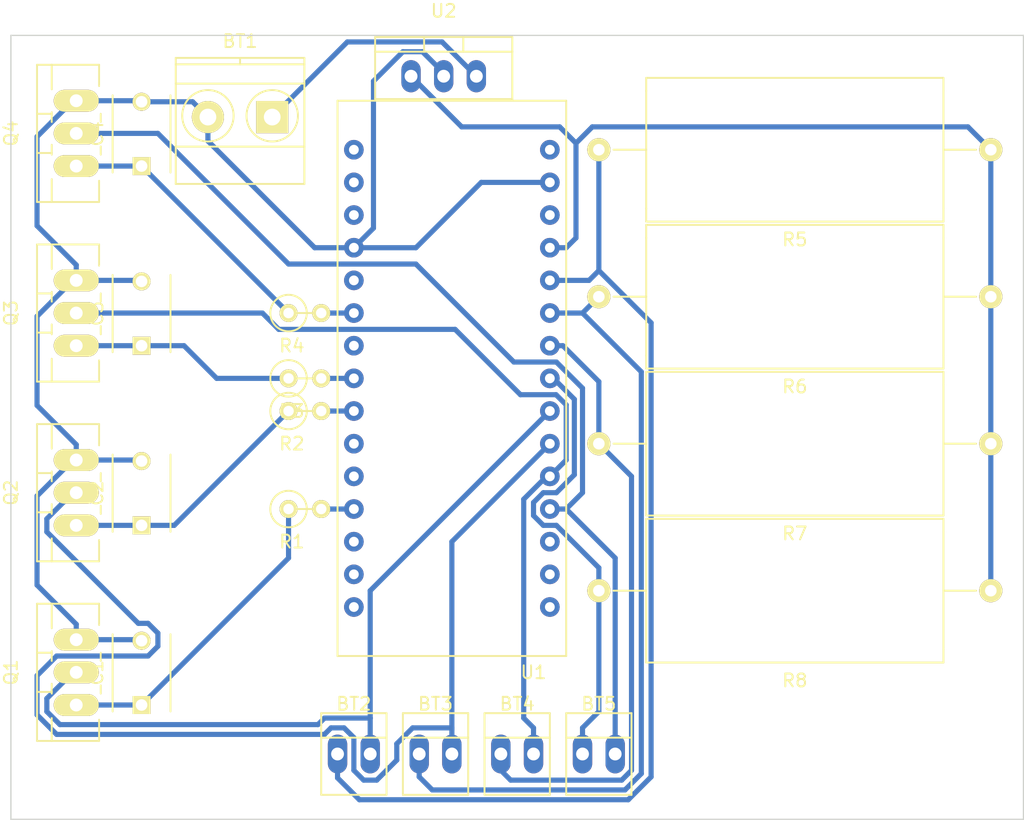
<source format=kicad_pcb>
(kicad_pcb (version 4) (host pcbnew 4.0.3-stable)

  (general
    (links 45)
    (no_connects 0)
    (area 99.009999 76.149999 177.850001 137.210001)
    (thickness 1.6)
    (drawings 4)
    (tracks 167)
    (zones 0)
    (modules 23)
    (nets 20)
  )

  (page A4)
  (layers
    (0 F.Cu signal)
    (31 B.Cu signal)
    (32 B.Adhes user)
    (33 F.Adhes user)
    (34 B.Paste user)
    (35 F.Paste user)
    (36 B.SilkS user)
    (37 F.SilkS user)
    (38 B.Mask user)
    (39 F.Mask user)
    (40 Dwgs.User user)
    (41 Cmts.User user)
    (42 Eco1.User user)
    (43 Eco2.User user)
    (44 Edge.Cuts user)
    (45 Margin user)
    (46 B.CrtYd user)
    (47 F.CrtYd user)
    (48 B.Fab user)
    (49 F.Fab user)
  )

  (setup
    (last_trace_width 0.4)
    (trace_clearance 0.15)
    (zone_clearance 0.5)
    (zone_45_only no)
    (trace_min 0.4)
    (segment_width 0.2)
    (edge_width 0.1)
    (via_size 0.6)
    (via_drill 0.4)
    (via_min_size 0.4)
    (via_min_drill 0.3)
    (uvia_size 0.3)
    (uvia_drill 0.1)
    (uvias_allowed no)
    (uvia_min_size 0.2)
    (uvia_min_drill 0.1)
    (pcb_text_width 0.3)
    (pcb_text_size 1.5 1.5)
    (mod_edge_width 0.15)
    (mod_text_size 1 1)
    (mod_text_width 0.15)
    (pad_size 1.5 1.5)
    (pad_drill 0.6)
    (pad_to_mask_clearance 0)
    (aux_axis_origin 0 0)
    (visible_elements 7FFFFFFF)
    (pcbplotparams
      (layerselection 0x00030_80000001)
      (usegerberextensions false)
      (excludeedgelayer true)
      (linewidth 0.100000)
      (plotframeref false)
      (viasonmask false)
      (mode 1)
      (useauxorigin false)
      (hpglpennumber 1)
      (hpglpenspeed 20)
      (hpglpendiameter 15)
      (hpglpenoverlay 2)
      (psnegative false)
      (psa4output false)
      (plotreference true)
      (plotvalue true)
      (plotinvisibletext false)
      (padsonsilk false)
      (subtractmaskfromsilk false)
      (outputformat 1)
      (mirror false)
      (drillshape 1)
      (scaleselection 1)
      (outputdirectory ""))
  )

  (net 0 "")
  (net 1 /5V)
  (net 2 /GND)
  (net 3 "Net-(BT2-Pad1)")
  (net 4 "Net-(BT2-Pad2)")
  (net 5 "Net-(BT3-Pad1)")
  (net 6 "Net-(BT3-Pad2)")
  (net 7 "Net-(BT4-Pad1)")
  (net 8 "Net-(BT4-Pad2)")
  (net 9 "Net-(BT5-Pad1)")
  (net 10 "Net-(BT5-Pad2)")
  (net 11 "Net-(C1-Pad1)")
  (net 12 "Net-(C2-Pad1)")
  (net 13 "Net-(C3-Pad1)")
  (net 14 "Net-(C4-Pad1)")
  (net 15 "Net-(R1-Pad2)")
  (net 16 "Net-(R2-Pad2)")
  (net 17 "Net-(R3-Pad2)")
  (net 18 "Net-(R4-Pad2)")
  (net 19 /VIN)

  (net_class Default "This is the default net class."
    (clearance 0.15)
    (trace_width 0.4)
    (via_dia 0.6)
    (via_drill 0.4)
    (uvia_dia 0.3)
    (uvia_drill 0.1)
    (add_net /VIN)
    (add_net "Net-(C1-Pad1)")
    (add_net "Net-(C2-Pad1)")
    (add_net "Net-(C3-Pad1)")
    (add_net "Net-(C4-Pad1)")
    (add_net "Net-(R1-Pad2)")
    (add_net "Net-(R2-Pad2)")
    (add_net "Net-(R3-Pad2)")
    (add_net "Net-(R4-Pad2)")
  )

  (net_class Power ""
    (clearance 0.15)
    (trace_width 0.4)
    (via_dia 0.6)
    (via_drill 0.4)
    (uvia_dia 0.3)
    (uvia_drill 0.1)
    (add_net /5V)
    (add_net /GND)
    (add_net "Net-(BT2-Pad1)")
    (add_net "Net-(BT2-Pad2)")
    (add_net "Net-(BT3-Pad1)")
    (add_net "Net-(BT3-Pad2)")
    (add_net "Net-(BT4-Pad1)")
    (add_net "Net-(BT4-Pad2)")
    (add_net "Net-(BT5-Pad1)")
    (add_net "Net-(BT5-Pad2)")
  )

  (module Custom:Arduino_NANO (layer F.Cu) (tedit 57FCA286) (tstamp 57FCBC00)
    (at 140.97 120.65 90)
    (path /57FCAF88)
    (fp_text reference U1 (at -5.08 -1.27 180) (layer F.SilkS)
      (effects (font (size 1 1) (thickness 0.15)))
    )
    (fp_text value Arduino_NANO (at 40.64 -7.62 180) (layer F.Fab)
      (effects (font (size 1 1) (thickness 0.15)))
    )
    (fp_line (start 39.37 1.27) (end 39.37 -16.51) (layer F.SilkS) (width 0.15))
    (fp_line (start 39.37 -16.51) (end -3.81 -16.51) (layer F.SilkS) (width 0.15))
    (fp_line (start -3.81 -16.51) (end -3.81 1.27) (layer F.SilkS) (width 0.15))
    (fp_line (start -3.81 1.27) (end 39.37 1.27) (layer F.SilkS) (width 0.15))
    (pad 1 thru_hole circle (at 0 0 90) (size 1.524 1.524) (drill 0.762) (layers *.Cu *.Mask))
    (pad 2 thru_hole circle (at 2.54 0 90) (size 1.524 1.524) (drill 0.762) (layers *.Cu *.Mask))
    (pad 3 thru_hole circle (at 5.08 0 90) (size 1.524 1.524) (drill 0.762) (layers *.Cu *.Mask))
    (pad 4 thru_hole circle (at 7.62 0 90) (size 1.524 1.524) (drill 0.762) (layers *.Cu *.Mask)
      (net 10 "Net-(BT5-Pad2)"))
    (pad 5 thru_hole circle (at 10.16 0 90) (size 1.524 1.524) (drill 0.762) (layers *.Cu *.Mask)
      (net 8 "Net-(BT4-Pad2)"))
    (pad 6 thru_hole circle (at 12.7 0 90) (size 1.524 1.524) (drill 0.762) (layers *.Cu *.Mask)
      (net 6 "Net-(BT3-Pad2)"))
    (pad 7 thru_hole circle (at 15.24 0 90) (size 1.524 1.524) (drill 0.762) (layers *.Cu *.Mask)
      (net 4 "Net-(BT2-Pad2)"))
    (pad 8 thru_hole circle (at 17.78 0 90) (size 1.524 1.524) (drill 0.762) (layers *.Cu *.Mask)
      (net 9 "Net-(BT5-Pad1)"))
    (pad 9 thru_hole circle (at 20.32 0 90) (size 1.524 1.524) (drill 0.762) (layers *.Cu *.Mask)
      (net 7 "Net-(BT4-Pad1)"))
    (pad 10 thru_hole circle (at 22.86 0 90) (size 1.524 1.524) (drill 0.762) (layers *.Cu *.Mask)
      (net 5 "Net-(BT3-Pad1)"))
    (pad 11 thru_hole circle (at 25.4 0 90) (size 1.524 1.524) (drill 0.762) (layers *.Cu *.Mask)
      (net 3 "Net-(BT2-Pad1)"))
    (pad 12 thru_hole circle (at 27.94 0 90) (size 1.524 1.524) (drill 0.762) (layers *.Cu *.Mask)
      (net 1 /5V))
    (pad 13 thru_hole circle (at 30.48 0 90) (size 1.524 1.524) (drill 0.762) (layers *.Cu *.Mask))
    (pad 14 thru_hole circle (at 33.02 0 90) (size 1.524 1.524) (drill 0.762) (layers *.Cu *.Mask)
      (net 2 /GND))
    (pad 15 thru_hole circle (at 35.56 0 90) (size 1.524 1.524) (drill 0.762) (layers *.Cu *.Mask))
    (pad 16 thru_hole circle (at 35.56 -15.24 90) (size 1.524 1.524) (drill 0.762) (layers *.Cu *.Mask))
    (pad 17 thru_hole circle (at 33.02 -15.24 90) (size 1.524 1.524) (drill 0.762) (layers *.Cu *.Mask))
    (pad 18 thru_hole circle (at 30.48 -15.24 90) (size 1.524 1.524) (drill 0.762) (layers *.Cu *.Mask))
    (pad 19 thru_hole circle (at 27.94 -15.24 90) (size 1.524 1.524) (drill 0.762) (layers *.Cu *.Mask)
      (net 2 /GND))
    (pad 20 thru_hole circle (at 25.4 -15.24 90) (size 1.524 1.524) (drill 0.762) (layers *.Cu *.Mask))
    (pad 21 thru_hole circle (at 22.86 -15.24 90) (size 1.524 1.524) (drill 0.762) (layers *.Cu *.Mask)
      (net 18 "Net-(R4-Pad2)"))
    (pad 22 thru_hole circle (at 20.32 -15.24 90) (size 1.524 1.524) (drill 0.762) (layers *.Cu *.Mask))
    (pad 23 thru_hole circle (at 17.78 -15.24 90) (size 1.524 1.524) (drill 0.762) (layers *.Cu *.Mask)
      (net 17 "Net-(R3-Pad2)"))
    (pad 24 thru_hole circle (at 15.24 -15.24 90) (size 1.524 1.524) (drill 0.762) (layers *.Cu *.Mask)
      (net 16 "Net-(R2-Pad2)"))
    (pad 25 thru_hole circle (at 12.7 -15.24 90) (size 1.524 1.524) (drill 0.762) (layers *.Cu *.Mask))
    (pad 26 thru_hole circle (at 10.16 -15.24 90) (size 1.524 1.524) (drill 0.762) (layers *.Cu *.Mask))
    (pad 27 thru_hole circle (at 7.62 -15.24 90) (size 1.524 1.524) (drill 0.762) (layers *.Cu *.Mask)
      (net 15 "Net-(R1-Pad2)"))
    (pad 28 thru_hole circle (at 5.08 -15.24 90) (size 1.524 1.524) (drill 0.762) (layers *.Cu *.Mask))
    (pad 29 thru_hole circle (at 2.54 -15.24 90) (size 1.524 1.524) (drill 0.762) (layers *.Cu *.Mask))
    (pad 30 thru_hole circle (at 0 -15.24 90) (size 1.524 1.524) (drill 0.762) (layers *.Cu *.Mask))
    (model Socket_Strips.3dshapes/Socket_Strip_Straight_1x15.wrl
      (at (xyz 0.7 0 0))
      (scale (xyz 1 1 1))
      (rotate (xyz 0 0 0))
    )
    (model Socket_Strips.3dshapes/Socket_Strip_Straight_1x15.wrl
      (at (xyz 0.7 0.6 0))
      (scale (xyz 1 1 1))
      (rotate (xyz 0 0 0))
    )
  )

  (module Connect:PINHEAD1-2 (layer F.Cu) (tedit 0) (tstamp 57FCBB76)
    (at 144.78 132.08)
    (path /57EBB8C5)
    (attr virtual)
    (fp_text reference BT5 (at 0 -3.9) (layer F.SilkS)
      (effects (font (size 1 1) (thickness 0.15)))
    )
    (fp_text value Battery (at 0 3.81) (layer F.Fab)
      (effects (font (size 1 1) (thickness 0.15)))
    )
    (fp_line (start 2.54 -1.27) (end -2.54 -1.27) (layer F.SilkS) (width 0.15))
    (fp_line (start 2.54 3.175) (end -2.54 3.175) (layer F.SilkS) (width 0.15))
    (fp_line (start -2.54 -3.175) (end 2.54 -3.175) (layer F.SilkS) (width 0.15))
    (fp_line (start -2.54 -3.175) (end -2.54 3.175) (layer F.SilkS) (width 0.15))
    (fp_line (start 2.54 -3.175) (end 2.54 3.175) (layer F.SilkS) (width 0.15))
    (pad 1 thru_hole oval (at -1.27 0) (size 1.50622 3.01498) (drill 0.99822) (layers *.Cu *.Mask)
      (net 9 "Net-(BT5-Pad1)"))
    (pad 2 thru_hole oval (at 1.27 0) (size 1.50622 3.01498) (drill 0.99822) (layers *.Cu *.Mask)
      (net 10 "Net-(BT5-Pad2)"))
  )

  (module Terminal_Blocks:TerminalBlock_Pheonix_MKDS1.5-2pol (layer F.Cu) (tedit 563007E4) (tstamp 57FCBB5E)
    (at 119.38 82.55 180)
    (descr "2-way 5mm pitch terminal block, Phoenix MKDS series")
    (path /57EBB7A9)
    (fp_text reference BT1 (at 2.5 5.9 180) (layer F.SilkS)
      (effects (font (size 1 1) (thickness 0.15)))
    )
    (fp_text value Battery (at 2.5 -6.6 180) (layer F.Fab)
      (effects (font (size 1 1) (thickness 0.15)))
    )
    (fp_line (start -2.7 -5.4) (end 7.7 -5.4) (layer F.CrtYd) (width 0.05))
    (fp_line (start -2.7 4.8) (end -2.7 -5.4) (layer F.CrtYd) (width 0.05))
    (fp_line (start 7.7 4.8) (end -2.7 4.8) (layer F.CrtYd) (width 0.05))
    (fp_line (start 7.7 -5.4) (end 7.7 4.8) (layer F.CrtYd) (width 0.05))
    (fp_line (start 2.5 4.1) (end 2.5 4.6) (layer F.SilkS) (width 0.15))
    (fp_circle (center 5 0.1) (end 3 0.1) (layer F.SilkS) (width 0.15))
    (fp_circle (center 0 0.1) (end 2 0.1) (layer F.SilkS) (width 0.15))
    (fp_line (start -2.5 2.6) (end 7.5 2.6) (layer F.SilkS) (width 0.15))
    (fp_line (start -2.5 -2.3) (end 7.5 -2.3) (layer F.SilkS) (width 0.15))
    (fp_line (start -2.5 4.1) (end 7.5 4.1) (layer F.SilkS) (width 0.15))
    (fp_line (start -2.5 4.6) (end 7.5 4.6) (layer F.SilkS) (width 0.15))
    (fp_line (start 7.5 4.6) (end 7.5 -5.2) (layer F.SilkS) (width 0.15))
    (fp_line (start 7.5 -5.2) (end -2.5 -5.2) (layer F.SilkS) (width 0.15))
    (fp_line (start -2.5 -5.2) (end -2.5 4.6) (layer F.SilkS) (width 0.15))
    (pad 1 thru_hole rect (at 0 0 180) (size 2.5 2.5) (drill 1.3) (layers *.Cu *.Mask F.SilkS)
      (net 19 /VIN))
    (pad 2 thru_hole circle (at 5 0 180) (size 2.5 2.5) (drill 1.3) (layers *.Cu *.Mask F.SilkS)
      (net 2 /GND))
    (model Terminal_Blocks.3dshapes/TerminalBlock_Pheonix_MKDS1.5-2pol.wrl
      (at (xyz 0.0984 0 0))
      (scale (xyz 1 1 1))
      (rotate (xyz 0 0 0))
    )
  )

  (module Connect:PINHEAD1-2 (layer F.Cu) (tedit 0) (tstamp 57FCBB64)
    (at 125.73 132.08)
    (path /57EBB82C)
    (attr virtual)
    (fp_text reference BT2 (at 0 -3.9) (layer F.SilkS)
      (effects (font (size 1 1) (thickness 0.15)))
    )
    (fp_text value Battery (at 0 3.81) (layer F.Fab)
      (effects (font (size 1 1) (thickness 0.15)))
    )
    (fp_line (start 2.54 -1.27) (end -2.54 -1.27) (layer F.SilkS) (width 0.15))
    (fp_line (start 2.54 3.175) (end -2.54 3.175) (layer F.SilkS) (width 0.15))
    (fp_line (start -2.54 -3.175) (end 2.54 -3.175) (layer F.SilkS) (width 0.15))
    (fp_line (start -2.54 -3.175) (end -2.54 3.175) (layer F.SilkS) (width 0.15))
    (fp_line (start 2.54 -3.175) (end 2.54 3.175) (layer F.SilkS) (width 0.15))
    (pad 1 thru_hole oval (at -1.27 0) (size 1.50622 3.01498) (drill 0.99822) (layers *.Cu *.Mask)
      (net 3 "Net-(BT2-Pad1)"))
    (pad 2 thru_hole oval (at 1.27 0) (size 1.50622 3.01498) (drill 0.99822) (layers *.Cu *.Mask)
      (net 4 "Net-(BT2-Pad2)"))
  )

  (module Connect:PINHEAD1-2 (layer F.Cu) (tedit 0) (tstamp 57FCBB6A)
    (at 132.08 132.08)
    (path /57EBB857)
    (attr virtual)
    (fp_text reference BT3 (at 0 -3.9) (layer F.SilkS)
      (effects (font (size 1 1) (thickness 0.15)))
    )
    (fp_text value Battery (at 0 3.81) (layer F.Fab)
      (effects (font (size 1 1) (thickness 0.15)))
    )
    (fp_line (start 2.54 -1.27) (end -2.54 -1.27) (layer F.SilkS) (width 0.15))
    (fp_line (start 2.54 3.175) (end -2.54 3.175) (layer F.SilkS) (width 0.15))
    (fp_line (start -2.54 -3.175) (end 2.54 -3.175) (layer F.SilkS) (width 0.15))
    (fp_line (start -2.54 -3.175) (end -2.54 3.175) (layer F.SilkS) (width 0.15))
    (fp_line (start 2.54 -3.175) (end 2.54 3.175) (layer F.SilkS) (width 0.15))
    (pad 1 thru_hole oval (at -1.27 0) (size 1.50622 3.01498) (drill 0.99822) (layers *.Cu *.Mask)
      (net 5 "Net-(BT3-Pad1)"))
    (pad 2 thru_hole oval (at 1.27 0) (size 1.50622 3.01498) (drill 0.99822) (layers *.Cu *.Mask)
      (net 6 "Net-(BT3-Pad2)"))
  )

  (module Connect:PINHEAD1-2 (layer F.Cu) (tedit 0) (tstamp 57FCBB70)
    (at 138.43 132.08)
    (path /57EBB886)
    (attr virtual)
    (fp_text reference BT4 (at 0 -3.9) (layer F.SilkS)
      (effects (font (size 1 1) (thickness 0.15)))
    )
    (fp_text value Battery (at 0 3.81) (layer F.Fab)
      (effects (font (size 1 1) (thickness 0.15)))
    )
    (fp_line (start 2.54 -1.27) (end -2.54 -1.27) (layer F.SilkS) (width 0.15))
    (fp_line (start 2.54 3.175) (end -2.54 3.175) (layer F.SilkS) (width 0.15))
    (fp_line (start -2.54 -3.175) (end 2.54 -3.175) (layer F.SilkS) (width 0.15))
    (fp_line (start -2.54 -3.175) (end -2.54 3.175) (layer F.SilkS) (width 0.15))
    (fp_line (start 2.54 -3.175) (end 2.54 3.175) (layer F.SilkS) (width 0.15))
    (pad 1 thru_hole oval (at -1.27 0) (size 1.50622 3.01498) (drill 0.99822) (layers *.Cu *.Mask)
      (net 7 "Net-(BT4-Pad1)"))
    (pad 2 thru_hole oval (at 1.27 0) (size 1.50622 3.01498) (drill 0.99822) (layers *.Cu *.Mask)
      (net 8 "Net-(BT4-Pad2)"))
  )

  (module Capacitors_ThroughHole:C_Disc_D6_P5 (layer F.Cu) (tedit 0) (tstamp 57FCBB7C)
    (at 109.22 128.27 90)
    (descr "Capacitor 6mm Disc, Pitch 5mm")
    (tags Capacitor)
    (path /57EBC797)
    (fp_text reference C1 (at 2.5 -3.5 90) (layer F.SilkS)
      (effects (font (size 1 1) (thickness 0.15)))
    )
    (fp_text value 1uF (at 2.5 3.5 90) (layer F.Fab)
      (effects (font (size 1 1) (thickness 0.15)))
    )
    (fp_line (start -0.95 -2.5) (end 5.95 -2.5) (layer F.CrtYd) (width 0.05))
    (fp_line (start 5.95 -2.5) (end 5.95 2.5) (layer F.CrtYd) (width 0.05))
    (fp_line (start 5.95 2.5) (end -0.95 2.5) (layer F.CrtYd) (width 0.05))
    (fp_line (start -0.95 2.5) (end -0.95 -2.5) (layer F.CrtYd) (width 0.05))
    (fp_line (start -0.5 -2.25) (end 5.5 -2.25) (layer F.SilkS) (width 0.15))
    (fp_line (start 5.5 2.25) (end -0.5 2.25) (layer F.SilkS) (width 0.15))
    (pad 1 thru_hole rect (at 0 0 90) (size 1.4 1.4) (drill 0.9) (layers *.Cu *.Mask F.SilkS)
      (net 11 "Net-(C1-Pad1)"))
    (pad 2 thru_hole circle (at 5 0 90) (size 1.4 1.4) (drill 0.9) (layers *.Cu *.Mask F.SilkS)
      (net 2 /GND))
    (model Capacitors_ThroughHole.3dshapes/C_Disc_D6_P5.wrl
      (at (xyz 0.0984252 0 0))
      (scale (xyz 1 1 1))
      (rotate (xyz 0 0 0))
    )
  )

  (module Capacitors_ThroughHole:C_Disc_D6_P5 (layer F.Cu) (tedit 0) (tstamp 57FCBB82)
    (at 109.22 114.3 90)
    (descr "Capacitor 6mm Disc, Pitch 5mm")
    (tags Capacitor)
    (path /57EBC75E)
    (fp_text reference C2 (at 2.5 -3.5 90) (layer F.SilkS)
      (effects (font (size 1 1) (thickness 0.15)))
    )
    (fp_text value 1uF (at 2.5 3.5 90) (layer F.Fab)
      (effects (font (size 1 1) (thickness 0.15)))
    )
    (fp_line (start -0.95 -2.5) (end 5.95 -2.5) (layer F.CrtYd) (width 0.05))
    (fp_line (start 5.95 -2.5) (end 5.95 2.5) (layer F.CrtYd) (width 0.05))
    (fp_line (start 5.95 2.5) (end -0.95 2.5) (layer F.CrtYd) (width 0.05))
    (fp_line (start -0.95 2.5) (end -0.95 -2.5) (layer F.CrtYd) (width 0.05))
    (fp_line (start -0.5 -2.25) (end 5.5 -2.25) (layer F.SilkS) (width 0.15))
    (fp_line (start 5.5 2.25) (end -0.5 2.25) (layer F.SilkS) (width 0.15))
    (pad 1 thru_hole rect (at 0 0 90) (size 1.4 1.4) (drill 0.9) (layers *.Cu *.Mask F.SilkS)
      (net 12 "Net-(C2-Pad1)"))
    (pad 2 thru_hole circle (at 5 0 90) (size 1.4 1.4) (drill 0.9) (layers *.Cu *.Mask F.SilkS)
      (net 2 /GND))
    (model Capacitors_ThroughHole.3dshapes/C_Disc_D6_P5.wrl
      (at (xyz 0.0984252 0 0))
      (scale (xyz 1 1 1))
      (rotate (xyz 0 0 0))
    )
  )

  (module Capacitors_ThroughHole:C_Disc_D6_P5 (layer F.Cu) (tedit 0) (tstamp 57FCBB88)
    (at 109.22 100.33 90)
    (descr "Capacitor 6mm Disc, Pitch 5mm")
    (tags Capacitor)
    (path /57EBC6FD)
    (fp_text reference C3 (at 2.5 -3.5 90) (layer F.SilkS)
      (effects (font (size 1 1) (thickness 0.15)))
    )
    (fp_text value 1uF (at 2.5 3.5 90) (layer F.Fab)
      (effects (font (size 1 1) (thickness 0.15)))
    )
    (fp_line (start -0.95 -2.5) (end 5.95 -2.5) (layer F.CrtYd) (width 0.05))
    (fp_line (start 5.95 -2.5) (end 5.95 2.5) (layer F.CrtYd) (width 0.05))
    (fp_line (start 5.95 2.5) (end -0.95 2.5) (layer F.CrtYd) (width 0.05))
    (fp_line (start -0.95 2.5) (end -0.95 -2.5) (layer F.CrtYd) (width 0.05))
    (fp_line (start -0.5 -2.25) (end 5.5 -2.25) (layer F.SilkS) (width 0.15))
    (fp_line (start 5.5 2.25) (end -0.5 2.25) (layer F.SilkS) (width 0.15))
    (pad 1 thru_hole rect (at 0 0 90) (size 1.4 1.4) (drill 0.9) (layers *.Cu *.Mask F.SilkS)
      (net 13 "Net-(C3-Pad1)"))
    (pad 2 thru_hole circle (at 5 0 90) (size 1.4 1.4) (drill 0.9) (layers *.Cu *.Mask F.SilkS)
      (net 2 /GND))
    (model Capacitors_ThroughHole.3dshapes/C_Disc_D6_P5.wrl
      (at (xyz 0.0984252 0 0))
      (scale (xyz 1 1 1))
      (rotate (xyz 0 0 0))
    )
  )

  (module Capacitors_ThroughHole:C_Disc_D6_P5 (layer F.Cu) (tedit 0) (tstamp 57FCBB8E)
    (at 109.22 86.36 90)
    (descr "Capacitor 6mm Disc, Pitch 5mm")
    (tags Capacitor)
    (path /57EBC6AE)
    (fp_text reference C4 (at 2.5 -3.5 90) (layer F.SilkS)
      (effects (font (size 1 1) (thickness 0.15)))
    )
    (fp_text value 1uF (at 2.5 3.5 90) (layer F.Fab)
      (effects (font (size 1 1) (thickness 0.15)))
    )
    (fp_line (start -0.95 -2.5) (end 5.95 -2.5) (layer F.CrtYd) (width 0.05))
    (fp_line (start 5.95 -2.5) (end 5.95 2.5) (layer F.CrtYd) (width 0.05))
    (fp_line (start 5.95 2.5) (end -0.95 2.5) (layer F.CrtYd) (width 0.05))
    (fp_line (start -0.95 2.5) (end -0.95 -2.5) (layer F.CrtYd) (width 0.05))
    (fp_line (start -0.5 -2.25) (end 5.5 -2.25) (layer F.SilkS) (width 0.15))
    (fp_line (start 5.5 2.25) (end -0.5 2.25) (layer F.SilkS) (width 0.15))
    (pad 1 thru_hole rect (at 0 0 90) (size 1.4 1.4) (drill 0.9) (layers *.Cu *.Mask F.SilkS)
      (net 14 "Net-(C4-Pad1)"))
    (pad 2 thru_hole circle (at 5 0 90) (size 1.4 1.4) (drill 0.9) (layers *.Cu *.Mask F.SilkS)
      (net 2 /GND))
    (model Capacitors_ThroughHole.3dshapes/C_Disc_D6_P5.wrl
      (at (xyz 0.0984252 0 0))
      (scale (xyz 1 1 1))
      (rotate (xyz 0 0 0))
    )
  )

  (module TO_SOT_Packages_THT:TO-220_Neutral123_Vertical_LargePads (layer F.Cu) (tedit 0) (tstamp 57FCBB95)
    (at 104.14 125.73 90)
    (descr "TO-220, Neutral, Vertical, Large Pads,")
    (tags "TO-220, Neutral, Vertical, Large Pads,")
    (path /57EBBA30)
    (fp_text reference Q1 (at 0 -5.08 90) (layer F.SilkS)
      (effects (font (size 1 1) (thickness 0.15)))
    )
    (fp_text value IRF510 (at 0 3.81 90) (layer F.Fab)
      (effects (font (size 1 1) (thickness 0.15)))
    )
    (fp_line (start 5.334 -1.905) (end 3.429 -1.905) (layer F.SilkS) (width 0.15))
    (fp_line (start 0.889 -1.905) (end 1.651 -1.905) (layer F.SilkS) (width 0.15))
    (fp_line (start -1.524 -1.905) (end -1.651 -1.905) (layer F.SilkS) (width 0.15))
    (fp_line (start -1.524 -1.905) (end -0.889 -1.905) (layer F.SilkS) (width 0.15))
    (fp_line (start -5.334 -1.905) (end -3.556 -1.905) (layer F.SilkS) (width 0.15))
    (fp_line (start -5.334 1.778) (end -3.683 1.778) (layer F.SilkS) (width 0.15))
    (fp_line (start -1.016 1.905) (end -1.651 1.905) (layer F.SilkS) (width 0.15))
    (fp_line (start 1.524 1.905) (end 0.889 1.905) (layer F.SilkS) (width 0.15))
    (fp_line (start 5.334 1.778) (end 3.683 1.778) (layer F.SilkS) (width 0.15))
    (fp_line (start -1.524 -3.048) (end -1.524 -1.905) (layer F.SilkS) (width 0.15))
    (fp_line (start 1.524 -3.048) (end 1.524 -1.905) (layer F.SilkS) (width 0.15))
    (fp_line (start 5.334 -1.905) (end 5.334 1.778) (layer F.SilkS) (width 0.15))
    (fp_line (start -5.334 1.778) (end -5.334 -1.905) (layer F.SilkS) (width 0.15))
    (fp_line (start 5.334 -3.048) (end 5.334 -1.905) (layer F.SilkS) (width 0.15))
    (fp_line (start -5.334 -1.905) (end -5.334 -3.048) (layer F.SilkS) (width 0.15))
    (fp_line (start 0 -3.048) (end -5.334 -3.048) (layer F.SilkS) (width 0.15))
    (fp_line (start 0 -3.048) (end 5.334 -3.048) (layer F.SilkS) (width 0.15))
    (pad 2 thru_hole oval (at 0 0 180) (size 3.50012 1.69926) (drill 1.00076) (layers *.Cu *.Mask F.SilkS)
      (net 4 "Net-(BT2-Pad2)"))
    (pad 1 thru_hole oval (at -2.54 0 180) (size 3.50012 1.69926) (drill 1.00076) (layers *.Cu *.Mask F.SilkS)
      (net 11 "Net-(C1-Pad1)"))
    (pad 3 thru_hole oval (at 2.54 0 180) (size 3.50012 1.69926) (drill 1.00076) (layers *.Cu *.Mask F.SilkS)
      (net 2 /GND))
    (model TO_SOT_Packages_THT.3dshapes/TO-220_Neutral123_Vertical_LargePads.wrl
      (at (xyz 0 0 0))
      (scale (xyz 0.3937 0.3937 0.3937))
      (rotate (xyz 0 0 0))
    )
  )

  (module TO_SOT_Packages_THT:TO-220_Neutral123_Vertical_LargePads (layer F.Cu) (tedit 0) (tstamp 57FCBB9C)
    (at 104.14 111.76 90)
    (descr "TO-220, Neutral, Vertical, Large Pads,")
    (tags "TO-220, Neutral, Vertical, Large Pads,")
    (path /57EBBA9B)
    (fp_text reference Q2 (at 0 -5.08 90) (layer F.SilkS)
      (effects (font (size 1 1) (thickness 0.15)))
    )
    (fp_text value IRF510 (at 0 3.81 90) (layer F.Fab)
      (effects (font (size 1 1) (thickness 0.15)))
    )
    (fp_line (start 5.334 -1.905) (end 3.429 -1.905) (layer F.SilkS) (width 0.15))
    (fp_line (start 0.889 -1.905) (end 1.651 -1.905) (layer F.SilkS) (width 0.15))
    (fp_line (start -1.524 -1.905) (end -1.651 -1.905) (layer F.SilkS) (width 0.15))
    (fp_line (start -1.524 -1.905) (end -0.889 -1.905) (layer F.SilkS) (width 0.15))
    (fp_line (start -5.334 -1.905) (end -3.556 -1.905) (layer F.SilkS) (width 0.15))
    (fp_line (start -5.334 1.778) (end -3.683 1.778) (layer F.SilkS) (width 0.15))
    (fp_line (start -1.016 1.905) (end -1.651 1.905) (layer F.SilkS) (width 0.15))
    (fp_line (start 1.524 1.905) (end 0.889 1.905) (layer F.SilkS) (width 0.15))
    (fp_line (start 5.334 1.778) (end 3.683 1.778) (layer F.SilkS) (width 0.15))
    (fp_line (start -1.524 -3.048) (end -1.524 -1.905) (layer F.SilkS) (width 0.15))
    (fp_line (start 1.524 -3.048) (end 1.524 -1.905) (layer F.SilkS) (width 0.15))
    (fp_line (start 5.334 -1.905) (end 5.334 1.778) (layer F.SilkS) (width 0.15))
    (fp_line (start -5.334 1.778) (end -5.334 -1.905) (layer F.SilkS) (width 0.15))
    (fp_line (start 5.334 -3.048) (end 5.334 -1.905) (layer F.SilkS) (width 0.15))
    (fp_line (start -5.334 -1.905) (end -5.334 -3.048) (layer F.SilkS) (width 0.15))
    (fp_line (start 0 -3.048) (end -5.334 -3.048) (layer F.SilkS) (width 0.15))
    (fp_line (start 0 -3.048) (end 5.334 -3.048) (layer F.SilkS) (width 0.15))
    (pad 2 thru_hole oval (at 0 0 180) (size 3.50012 1.69926) (drill 1.00076) (layers *.Cu *.Mask F.SilkS)
      (net 6 "Net-(BT3-Pad2)"))
    (pad 1 thru_hole oval (at -2.54 0 180) (size 3.50012 1.69926) (drill 1.00076) (layers *.Cu *.Mask F.SilkS)
      (net 12 "Net-(C2-Pad1)"))
    (pad 3 thru_hole oval (at 2.54 0 180) (size 3.50012 1.69926) (drill 1.00076) (layers *.Cu *.Mask F.SilkS)
      (net 2 /GND))
    (model TO_SOT_Packages_THT.3dshapes/TO-220_Neutral123_Vertical_LargePads.wrl
      (at (xyz 0 0 0))
      (scale (xyz 0.3937 0.3937 0.3937))
      (rotate (xyz 0 0 0))
    )
  )

  (module TO_SOT_Packages_THT:TO-220_Neutral123_Vertical_LargePads (layer F.Cu) (tedit 0) (tstamp 57FCBBA3)
    (at 104.14 97.79 90)
    (descr "TO-220, Neutral, Vertical, Large Pads,")
    (tags "TO-220, Neutral, Vertical, Large Pads,")
    (path /57EBBC15)
    (fp_text reference Q3 (at 0 -5.08 90) (layer F.SilkS)
      (effects (font (size 1 1) (thickness 0.15)))
    )
    (fp_text value IRF510 (at 0 3.81 90) (layer F.Fab)
      (effects (font (size 1 1) (thickness 0.15)))
    )
    (fp_line (start 5.334 -1.905) (end 3.429 -1.905) (layer F.SilkS) (width 0.15))
    (fp_line (start 0.889 -1.905) (end 1.651 -1.905) (layer F.SilkS) (width 0.15))
    (fp_line (start -1.524 -1.905) (end -1.651 -1.905) (layer F.SilkS) (width 0.15))
    (fp_line (start -1.524 -1.905) (end -0.889 -1.905) (layer F.SilkS) (width 0.15))
    (fp_line (start -5.334 -1.905) (end -3.556 -1.905) (layer F.SilkS) (width 0.15))
    (fp_line (start -5.334 1.778) (end -3.683 1.778) (layer F.SilkS) (width 0.15))
    (fp_line (start -1.016 1.905) (end -1.651 1.905) (layer F.SilkS) (width 0.15))
    (fp_line (start 1.524 1.905) (end 0.889 1.905) (layer F.SilkS) (width 0.15))
    (fp_line (start 5.334 1.778) (end 3.683 1.778) (layer F.SilkS) (width 0.15))
    (fp_line (start -1.524 -3.048) (end -1.524 -1.905) (layer F.SilkS) (width 0.15))
    (fp_line (start 1.524 -3.048) (end 1.524 -1.905) (layer F.SilkS) (width 0.15))
    (fp_line (start 5.334 -1.905) (end 5.334 1.778) (layer F.SilkS) (width 0.15))
    (fp_line (start -5.334 1.778) (end -5.334 -1.905) (layer F.SilkS) (width 0.15))
    (fp_line (start 5.334 -3.048) (end 5.334 -1.905) (layer F.SilkS) (width 0.15))
    (fp_line (start -5.334 -1.905) (end -5.334 -3.048) (layer F.SilkS) (width 0.15))
    (fp_line (start 0 -3.048) (end -5.334 -3.048) (layer F.SilkS) (width 0.15))
    (fp_line (start 0 -3.048) (end 5.334 -3.048) (layer F.SilkS) (width 0.15))
    (pad 2 thru_hole oval (at 0 0 180) (size 3.50012 1.69926) (drill 1.00076) (layers *.Cu *.Mask F.SilkS)
      (net 8 "Net-(BT4-Pad2)"))
    (pad 1 thru_hole oval (at -2.54 0 180) (size 3.50012 1.69926) (drill 1.00076) (layers *.Cu *.Mask F.SilkS)
      (net 13 "Net-(C3-Pad1)"))
    (pad 3 thru_hole oval (at 2.54 0 180) (size 3.50012 1.69926) (drill 1.00076) (layers *.Cu *.Mask F.SilkS)
      (net 2 /GND))
    (model TO_SOT_Packages_THT.3dshapes/TO-220_Neutral123_Vertical_LargePads.wrl
      (at (xyz 0 0 0))
      (scale (xyz 0.3937 0.3937 0.3937))
      (rotate (xyz 0 0 0))
    )
  )

  (module TO_SOT_Packages_THT:TO-220_Neutral123_Vertical_LargePads (layer F.Cu) (tedit 0) (tstamp 57FCBBAA)
    (at 104.14 83.82 90)
    (descr "TO-220, Neutral, Vertical, Large Pads,")
    (tags "TO-220, Neutral, Vertical, Large Pads,")
    (path /57EBBC56)
    (fp_text reference Q4 (at 0 -5.08 90) (layer F.SilkS)
      (effects (font (size 1 1) (thickness 0.15)))
    )
    (fp_text value IRF510 (at 0 3.81 90) (layer F.Fab)
      (effects (font (size 1 1) (thickness 0.15)))
    )
    (fp_line (start 5.334 -1.905) (end 3.429 -1.905) (layer F.SilkS) (width 0.15))
    (fp_line (start 0.889 -1.905) (end 1.651 -1.905) (layer F.SilkS) (width 0.15))
    (fp_line (start -1.524 -1.905) (end -1.651 -1.905) (layer F.SilkS) (width 0.15))
    (fp_line (start -1.524 -1.905) (end -0.889 -1.905) (layer F.SilkS) (width 0.15))
    (fp_line (start -5.334 -1.905) (end -3.556 -1.905) (layer F.SilkS) (width 0.15))
    (fp_line (start -5.334 1.778) (end -3.683 1.778) (layer F.SilkS) (width 0.15))
    (fp_line (start -1.016 1.905) (end -1.651 1.905) (layer F.SilkS) (width 0.15))
    (fp_line (start 1.524 1.905) (end 0.889 1.905) (layer F.SilkS) (width 0.15))
    (fp_line (start 5.334 1.778) (end 3.683 1.778) (layer F.SilkS) (width 0.15))
    (fp_line (start -1.524 -3.048) (end -1.524 -1.905) (layer F.SilkS) (width 0.15))
    (fp_line (start 1.524 -3.048) (end 1.524 -1.905) (layer F.SilkS) (width 0.15))
    (fp_line (start 5.334 -1.905) (end 5.334 1.778) (layer F.SilkS) (width 0.15))
    (fp_line (start -5.334 1.778) (end -5.334 -1.905) (layer F.SilkS) (width 0.15))
    (fp_line (start 5.334 -3.048) (end 5.334 -1.905) (layer F.SilkS) (width 0.15))
    (fp_line (start -5.334 -1.905) (end -5.334 -3.048) (layer F.SilkS) (width 0.15))
    (fp_line (start 0 -3.048) (end -5.334 -3.048) (layer F.SilkS) (width 0.15))
    (fp_line (start 0 -3.048) (end 5.334 -3.048) (layer F.SilkS) (width 0.15))
    (pad 2 thru_hole oval (at 0 0 180) (size 3.50012 1.69926) (drill 1.00076) (layers *.Cu *.Mask F.SilkS)
      (net 10 "Net-(BT5-Pad2)"))
    (pad 1 thru_hole oval (at -2.54 0 180) (size 3.50012 1.69926) (drill 1.00076) (layers *.Cu *.Mask F.SilkS)
      (net 14 "Net-(C4-Pad1)"))
    (pad 3 thru_hole oval (at 2.54 0 180) (size 3.50012 1.69926) (drill 1.00076) (layers *.Cu *.Mask F.SilkS)
      (net 2 /GND))
    (model TO_SOT_Packages_THT.3dshapes/TO-220_Neutral123_Vertical_LargePads.wrl
      (at (xyz 0 0 0))
      (scale (xyz 0.3937 0.3937 0.3937))
      (rotate (xyz 0 0 0))
    )
  )

  (module Resistors_ThroughHole:Resistor_Ceramic_Horizontal_L23mm-W9mm-H9mm-p30mm (layer F.Cu) (tedit 53FEE2D6) (tstamp 57FCBBC8)
    (at 160.02 85.09 180)
    (descr "Resistor, Ceramic, Horizontal")
    (tags "Resistor, Ceramic, Horizontal")
    (path /57EBB94C)
    (fp_text reference R5 (at 0 -6.985 180) (layer F.SilkS)
      (effects (font (size 1 1) (thickness 0.15)))
    )
    (fp_text value 10R (at -0.635 7.62 180) (layer F.Fab)
      (effects (font (size 1 1) (thickness 0.15)))
    )
    (fp_line (start -11.557 4.572) (end -11.557 5.588) (layer F.SilkS) (width 0.15))
    (fp_line (start -11.557 5.588) (end 11.557 5.588) (layer F.SilkS) (width 0.15))
    (fp_line (start 11.557 5.588) (end 11.557 4.572) (layer F.SilkS) (width 0.15))
    (fp_line (start -11.557 -4.572) (end -11.557 -5.588) (layer F.SilkS) (width 0.15))
    (fp_line (start -11.557 -5.588) (end 11.557 -5.588) (layer F.SilkS) (width 0.15))
    (fp_line (start 11.557 -5.588) (end 11.557 -4.572) (layer F.SilkS) (width 0.15))
    (fp_line (start 11.557 0) (end 14.097 0) (layer F.SilkS) (width 0.15))
    (fp_line (start -11.557 0) (end -14.097 0) (layer F.SilkS) (width 0.15))
    (fp_line (start -11.557 -4.572) (end -11.557 4.572) (layer F.SilkS) (width 0.15))
    (fp_line (start 11.557 4.572) (end 11.557 -4.572) (layer F.SilkS) (width 0.15))
    (pad 1 thru_hole circle (at -15.24 0) (size 1.8 1.8) (drill 0.9) (layers *.Cu *.Mask F.SilkS)
      (net 1 /5V))
    (pad 2 thru_hole circle (at 15.24 0) (size 1.8 1.8) (drill 0.9) (layers *.Cu *.Mask F.SilkS)
      (net 3 "Net-(BT2-Pad1)"))
    (model Resistors_ThroughHole.3dshapes/Resistor_Ceramic_Horizontal_L23mm-W9mm-H9mm-p30mm.wrl
      (at (xyz 0 0 0))
      (scale (xyz 4 4 4))
      (rotate (xyz 0 0 0))
    )
  )

  (module Resistors_ThroughHole:Resistor_Ceramic_Horizontal_L23mm-W9mm-H9mm-p30mm (layer F.Cu) (tedit 53FEE2D6) (tstamp 57FCBBCE)
    (at 160.02 96.52 180)
    (descr "Resistor, Ceramic, Horizontal")
    (tags "Resistor, Ceramic, Horizontal")
    (path /57EBB98D)
    (fp_text reference R6 (at 0 -6.985 180) (layer F.SilkS)
      (effects (font (size 1 1) (thickness 0.15)))
    )
    (fp_text value 10R (at -0.635 7.62 180) (layer F.Fab)
      (effects (font (size 1 1) (thickness 0.15)))
    )
    (fp_line (start -11.557 4.572) (end -11.557 5.588) (layer F.SilkS) (width 0.15))
    (fp_line (start -11.557 5.588) (end 11.557 5.588) (layer F.SilkS) (width 0.15))
    (fp_line (start 11.557 5.588) (end 11.557 4.572) (layer F.SilkS) (width 0.15))
    (fp_line (start -11.557 -4.572) (end -11.557 -5.588) (layer F.SilkS) (width 0.15))
    (fp_line (start -11.557 -5.588) (end 11.557 -5.588) (layer F.SilkS) (width 0.15))
    (fp_line (start 11.557 -5.588) (end 11.557 -4.572) (layer F.SilkS) (width 0.15))
    (fp_line (start 11.557 0) (end 14.097 0) (layer F.SilkS) (width 0.15))
    (fp_line (start -11.557 0) (end -14.097 0) (layer F.SilkS) (width 0.15))
    (fp_line (start -11.557 -4.572) (end -11.557 4.572) (layer F.SilkS) (width 0.15))
    (fp_line (start 11.557 4.572) (end 11.557 -4.572) (layer F.SilkS) (width 0.15))
    (pad 1 thru_hole circle (at -15.24 0) (size 1.8 1.8) (drill 0.9) (layers *.Cu *.Mask F.SilkS)
      (net 1 /5V))
    (pad 2 thru_hole circle (at 15.24 0) (size 1.8 1.8) (drill 0.9) (layers *.Cu *.Mask F.SilkS)
      (net 5 "Net-(BT3-Pad1)"))
    (model Resistors_ThroughHole.3dshapes/Resistor_Ceramic_Horizontal_L23mm-W9mm-H9mm-p30mm.wrl
      (at (xyz 0 0 0))
      (scale (xyz 4 4 4))
      (rotate (xyz 0 0 0))
    )
  )

  (module Resistors_ThroughHole:Resistor_Ceramic_Horizontal_L23mm-W9mm-H9mm-p30mm (layer F.Cu) (tedit 53FEE2D6) (tstamp 57FCBBD4)
    (at 160.02 107.95 180)
    (descr "Resistor, Ceramic, Horizontal")
    (tags "Resistor, Ceramic, Horizontal")
    (path /57EBB9B2)
    (fp_text reference R7 (at 0 -6.985 180) (layer F.SilkS)
      (effects (font (size 1 1) (thickness 0.15)))
    )
    (fp_text value 10R (at -0.635 7.62 180) (layer F.Fab)
      (effects (font (size 1 1) (thickness 0.15)))
    )
    (fp_line (start -11.557 4.572) (end -11.557 5.588) (layer F.SilkS) (width 0.15))
    (fp_line (start -11.557 5.588) (end 11.557 5.588) (layer F.SilkS) (width 0.15))
    (fp_line (start 11.557 5.588) (end 11.557 4.572) (layer F.SilkS) (width 0.15))
    (fp_line (start -11.557 -4.572) (end -11.557 -5.588) (layer F.SilkS) (width 0.15))
    (fp_line (start -11.557 -5.588) (end 11.557 -5.588) (layer F.SilkS) (width 0.15))
    (fp_line (start 11.557 -5.588) (end 11.557 -4.572) (layer F.SilkS) (width 0.15))
    (fp_line (start 11.557 0) (end 14.097 0) (layer F.SilkS) (width 0.15))
    (fp_line (start -11.557 0) (end -14.097 0) (layer F.SilkS) (width 0.15))
    (fp_line (start -11.557 -4.572) (end -11.557 4.572) (layer F.SilkS) (width 0.15))
    (fp_line (start 11.557 4.572) (end 11.557 -4.572) (layer F.SilkS) (width 0.15))
    (pad 1 thru_hole circle (at -15.24 0) (size 1.8 1.8) (drill 0.9) (layers *.Cu *.Mask F.SilkS)
      (net 1 /5V))
    (pad 2 thru_hole circle (at 15.24 0) (size 1.8 1.8) (drill 0.9) (layers *.Cu *.Mask F.SilkS)
      (net 7 "Net-(BT4-Pad1)"))
    (model Resistors_ThroughHole.3dshapes/Resistor_Ceramic_Horizontal_L23mm-W9mm-H9mm-p30mm.wrl
      (at (xyz 0 0 0))
      (scale (xyz 4 4 4))
      (rotate (xyz 0 0 0))
    )
  )

  (module Resistors_ThroughHole:Resistor_Ceramic_Horizontal_L23mm-W9mm-H9mm-p30mm (layer F.Cu) (tedit 53FEE2D6) (tstamp 57FCBBDA)
    (at 160.02 119.38 180)
    (descr "Resistor, Ceramic, Horizontal")
    (tags "Resistor, Ceramic, Horizontal")
    (path /57EBB9EF)
    (fp_text reference R8 (at 0 -6.985 180) (layer F.SilkS)
      (effects (font (size 1 1) (thickness 0.15)))
    )
    (fp_text value 10R (at -0.635 7.62 180) (layer F.Fab)
      (effects (font (size 1 1) (thickness 0.15)))
    )
    (fp_line (start -11.557 4.572) (end -11.557 5.588) (layer F.SilkS) (width 0.15))
    (fp_line (start -11.557 5.588) (end 11.557 5.588) (layer F.SilkS) (width 0.15))
    (fp_line (start 11.557 5.588) (end 11.557 4.572) (layer F.SilkS) (width 0.15))
    (fp_line (start -11.557 -4.572) (end -11.557 -5.588) (layer F.SilkS) (width 0.15))
    (fp_line (start -11.557 -5.588) (end 11.557 -5.588) (layer F.SilkS) (width 0.15))
    (fp_line (start 11.557 -5.588) (end 11.557 -4.572) (layer F.SilkS) (width 0.15))
    (fp_line (start 11.557 0) (end 14.097 0) (layer F.SilkS) (width 0.15))
    (fp_line (start -11.557 0) (end -14.097 0) (layer F.SilkS) (width 0.15))
    (fp_line (start -11.557 -4.572) (end -11.557 4.572) (layer F.SilkS) (width 0.15))
    (fp_line (start 11.557 4.572) (end 11.557 -4.572) (layer F.SilkS) (width 0.15))
    (pad 1 thru_hole circle (at -15.24 0) (size 1.8 1.8) (drill 0.9) (layers *.Cu *.Mask F.SilkS)
      (net 1 /5V))
    (pad 2 thru_hole circle (at 15.24 0) (size 1.8 1.8) (drill 0.9) (layers *.Cu *.Mask F.SilkS)
      (net 9 "Net-(BT5-Pad1)"))
    (model Resistors_ThroughHole.3dshapes/Resistor_Ceramic_Horizontal_L23mm-W9mm-H9mm-p30mm.wrl
      (at (xyz 0 0 0))
      (scale (xyz 4 4 4))
      (rotate (xyz 0 0 0))
    )
  )

  (module Discret:R1 (layer F.Cu) (tedit 0) (tstamp 57FCBE6D)
    (at 121.92 113.03)
    (descr "Resistance verticale")
    (tags R)
    (path /57EBC88E)
    (fp_text reference R1 (at -1.016 2.54) (layer F.SilkS)
      (effects (font (size 1 1) (thickness 0.15)))
    )
    (fp_text value 10M (at -1.143 2.54) (layer F.Fab)
      (effects (font (size 1 1) (thickness 0.15)))
    )
    (fp_line (start -1.27 0) (end 1.27 0) (layer F.SilkS) (width 0.15))
    (fp_circle (center -1.27 0) (end -0.635 1.27) (layer F.SilkS) (width 0.15))
    (pad 1 thru_hole circle (at -1.27 0) (size 1.397 1.397) (drill 0.8128) (layers *.Cu *.Mask F.SilkS)
      (net 11 "Net-(C1-Pad1)"))
    (pad 2 thru_hole circle (at 1.27 0) (size 1.397 1.397) (drill 0.8128) (layers *.Cu *.Mask F.SilkS)
      (net 15 "Net-(R1-Pad2)"))
    (model Discret.3dshapes/R1.wrl
      (at (xyz 0 0 0))
      (scale (xyz 1 1 1))
      (rotate (xyz 0 0 0))
    )
  )

  (module Discret:R1 (layer F.Cu) (tedit 0) (tstamp 57FCBE72)
    (at 121.92 105.41)
    (descr "Resistance verticale")
    (tags R)
    (path /57EBC8D9)
    (fp_text reference R2 (at -1.016 2.54) (layer F.SilkS)
      (effects (font (size 1 1) (thickness 0.15)))
    )
    (fp_text value 10M (at -1.143 2.54) (layer F.Fab)
      (effects (font (size 1 1) (thickness 0.15)))
    )
    (fp_line (start -1.27 0) (end 1.27 0) (layer F.SilkS) (width 0.15))
    (fp_circle (center -1.27 0) (end -0.635 1.27) (layer F.SilkS) (width 0.15))
    (pad 1 thru_hole circle (at -1.27 0) (size 1.397 1.397) (drill 0.8128) (layers *.Cu *.Mask F.SilkS)
      (net 12 "Net-(C2-Pad1)"))
    (pad 2 thru_hole circle (at 1.27 0) (size 1.397 1.397) (drill 0.8128) (layers *.Cu *.Mask F.SilkS)
      (net 16 "Net-(R2-Pad2)"))
    (model Discret.3dshapes/R1.wrl
      (at (xyz 0 0 0))
      (scale (xyz 1 1 1))
      (rotate (xyz 0 0 0))
    )
  )

  (module Discret:R1 (layer F.Cu) (tedit 0) (tstamp 57FCBE77)
    (at 121.92 102.87)
    (descr "Resistance verticale")
    (tags R)
    (path /57EBC920)
    (fp_text reference R3 (at -1.016 2.54) (layer F.SilkS)
      (effects (font (size 1 1) (thickness 0.15)))
    )
    (fp_text value 10M (at -1.143 2.54) (layer F.Fab)
      (effects (font (size 1 1) (thickness 0.15)))
    )
    (fp_line (start -1.27 0) (end 1.27 0) (layer F.SilkS) (width 0.15))
    (fp_circle (center -1.27 0) (end -0.635 1.27) (layer F.SilkS) (width 0.15))
    (pad 1 thru_hole circle (at -1.27 0) (size 1.397 1.397) (drill 0.8128) (layers *.Cu *.Mask F.SilkS)
      (net 13 "Net-(C3-Pad1)"))
    (pad 2 thru_hole circle (at 1.27 0) (size 1.397 1.397) (drill 0.8128) (layers *.Cu *.Mask F.SilkS)
      (net 17 "Net-(R3-Pad2)"))
    (model Discret.3dshapes/R1.wrl
      (at (xyz 0 0 0))
      (scale (xyz 1 1 1))
      (rotate (xyz 0 0 0))
    )
  )

  (module Discret:R1 (layer F.Cu) (tedit 0) (tstamp 57FCBE7C)
    (at 121.92 97.79)
    (descr "Resistance verticale")
    (tags R)
    (path /57EBC975)
    (fp_text reference R4 (at -1.016 2.54) (layer F.SilkS)
      (effects (font (size 1 1) (thickness 0.15)))
    )
    (fp_text value 10M (at -1.143 2.54) (layer F.Fab)
      (effects (font (size 1 1) (thickness 0.15)))
    )
    (fp_line (start -1.27 0) (end 1.27 0) (layer F.SilkS) (width 0.15))
    (fp_circle (center -1.27 0) (end -0.635 1.27) (layer F.SilkS) (width 0.15))
    (pad 1 thru_hole circle (at -1.27 0) (size 1.397 1.397) (drill 0.8128) (layers *.Cu *.Mask F.SilkS)
      (net 14 "Net-(C4-Pad1)"))
    (pad 2 thru_hole circle (at 1.27 0) (size 1.397 1.397) (drill 0.8128) (layers *.Cu *.Mask F.SilkS)
      (net 18 "Net-(R4-Pad2)"))
    (model Discret.3dshapes/R1.wrl
      (at (xyz 0 0 0))
      (scale (xyz 1 1 1))
      (rotate (xyz 0 0 0))
    )
  )

  (module TO_SOT_Packages_THT:TO-220_Neutral123_Vertical (layer F.Cu) (tedit 0) (tstamp 585A466D)
    (at 132.715 79.375)
    (descr "TO-220, Neutral, Vertical,")
    (tags "TO-220, Neutral, Vertical,")
    (path /57FD8759)
    (fp_text reference U2 (at 0 -5.08) (layer F.SilkS)
      (effects (font (size 1 1) (thickness 0.15)))
    )
    (fp_text value LM7805 (at 0 3.81) (layer F.Fab)
      (effects (font (size 1 1) (thickness 0.15)))
    )
    (fp_line (start -1.524 -3.048) (end -1.524 -1.905) (layer F.SilkS) (width 0.15))
    (fp_line (start 1.524 -3.048) (end 1.524 -1.905) (layer F.SilkS) (width 0.15))
    (fp_line (start 5.334 -1.905) (end 5.334 1.778) (layer F.SilkS) (width 0.15))
    (fp_line (start 5.334 1.778) (end -5.334 1.778) (layer F.SilkS) (width 0.15))
    (fp_line (start -5.334 1.778) (end -5.334 -1.905) (layer F.SilkS) (width 0.15))
    (fp_line (start 5.334 -3.048) (end 5.334 -1.905) (layer F.SilkS) (width 0.15))
    (fp_line (start 5.334 -1.905) (end -5.334 -1.905) (layer F.SilkS) (width 0.15))
    (fp_line (start -5.334 -1.905) (end -5.334 -3.048) (layer F.SilkS) (width 0.15))
    (fp_line (start 0 -3.048) (end -5.334 -3.048) (layer F.SilkS) (width 0.15))
    (fp_line (start 0 -3.048) (end 5.334 -3.048) (layer F.SilkS) (width 0.15))
    (pad 2 thru_hole oval (at 0 0 90) (size 2.49936 1.50114) (drill 1.00076) (layers *.Cu *.Mask)
      (net 2 /GND))
    (pad 1 thru_hole oval (at -2.54 0 90) (size 2.49936 1.50114) (drill 1.00076) (layers *.Cu *.Mask)
      (net 1 /5V))
    (pad 3 thru_hole oval (at 2.54 0 90) (size 2.49936 1.50114) (drill 1.00076) (layers *.Cu *.Mask)
      (net 19 /VIN))
    (model TO_SOT_Packages_THT.3dshapes/TO-220_Neutral123_Vertical.wrl
      (at (xyz 0 0 0))
      (scale (xyz 0.3937 0.3937 0.3937))
      (rotate (xyz 0 0 0))
    )
  )

  (gr_line (start 99.06 137.16) (end 99.06 76.2) (angle 90) (layer Edge.Cuts) (width 0.1))
  (gr_line (start 177.8 137.16) (end 99.06 137.16) (angle 90) (layer Edge.Cuts) (width 0.1))
  (gr_line (start 177.8 76.2) (end 177.8 137.16) (angle 90) (layer Edge.Cuts) (width 0.1))
  (gr_line (start 99.06 76.2) (end 177.8 76.2) (angle 90) (layer Edge.Cuts) (width 0.1))

  (segment (start 143.002 84.582) (end 141.732 83.312) (width 0.4) (layer B.Cu) (net 1))
  (segment (start 134.112 83.312) (end 130.175 79.375) (width 0.4) (layer B.Cu) (net 1) (tstamp 585A4CB7) (status 800000))
  (segment (start 141.732 83.312) (end 134.112 83.312) (width 0.4) (layer B.Cu) (net 1) (tstamp 585A4CB3))
  (segment (start 140.97 92.71) (end 142.24 92.71) (width 0.4) (layer B.Cu) (net 1) (status 400000))
  (segment (start 173.482 83.312) (end 175.26 85.09) (width 0.4) (layer B.Cu) (net 1) (tstamp 585A4C6E) (status 800000))
  (segment (start 144.272 83.312) (end 173.482 83.312) (width 0.4) (layer B.Cu) (net 1) (tstamp 585A4C64))
  (segment (start 143.002 84.582) (end 144.272 83.312) (width 0.4) (layer B.Cu) (net 1) (tstamp 585A4C5F))
  (segment (start 143.002 91.948) (end 143.002 84.582) (width 0.4) (layer B.Cu) (net 1) (tstamp 585A4C56))
  (segment (start 142.24 92.71) (end 143.002 91.948) (width 0.4) (layer B.Cu) (net 1) (tstamp 585A4C50))
  (segment (start 175.26 119.38) (end 175.26 107.95) (width 0.4) (layer B.Cu) (net 1))
  (segment (start 175.26 107.95) (end 175.26 96.52) (width 0.4) (layer B.Cu) (net 1))
  (segment (start 175.26 96.52) (end 175.26 85.09) (width 0.4) (layer B.Cu) (net 1))
  (segment (start 132.715 79.375) (end 132.715 79.121) (width 0.4) (layer B.Cu) (net 2) (status C00000))
  (segment (start 132.715 79.121) (end 131.064 77.47) (width 0.4) (layer B.Cu) (net 2) (tstamp 585A4CD5) (status 400000))
  (segment (start 131.064 77.47) (end 129.54 77.47) (width 0.4) (layer B.Cu) (net 2) (tstamp 585A4CD7))
  (segment (start 129.54 77.47) (end 127.254 79.756) (width 0.4) (layer B.Cu) (net 2) (tstamp 585A4CDA))
  (segment (start 127.254 79.756) (end 127.254 91.186) (width 0.4) (layer B.Cu) (net 2) (tstamp 585A4CE3))
  (segment (start 127.254 91.186) (end 125.73 92.71) (width 0.4) (layer B.Cu) (net 2) (tstamp 585A4CED) (status 800000))
  (segment (start 125.73 92.71) (end 130.556 92.71) (width 0.4) (layer B.Cu) (net 2))
  (segment (start 135.636 87.63) (end 140.97 87.63) (width 0.4) (layer B.Cu) (net 2))
  (segment (start 130.556 92.71) (end 135.636 87.63) (width 0.4) (layer B.Cu) (net 2))
  (segment (start 125.73 92.71) (end 122.682 92.71) (width 0.4) (layer B.Cu) (net 2))
  (segment (start 114.38 84.408) (end 114.38 82.55) (width 0.4) (layer B.Cu) (net 2) (tstamp 57FCE5E9))
  (segment (start 122.682 92.71) (end 114.38 84.408) (width 0.4) (layer B.Cu) (net 2) (tstamp 57FCE5E1))
  (segment (start 104.14 81.28) (end 109.14 81.28) (width 0.4) (layer B.Cu) (net 2))
  (segment (start 109.14 81.28) (end 109.22 81.36) (width 0.4) (layer B.Cu) (net 2) (tstamp 57FCE5B9))
  (segment (start 104.14 109.22) (end 103.886 109.22) (width 0.4) (layer B.Cu) (net 2))
  (segment (start 104.14 121.9901) (end 104.14 123.19) (width 0.4) (layer B.Cu) (net 2))
  (segment (start 101.092 118.9421) (end 104.14 121.9901) (width 0.4) (layer B.Cu) (net 2))
  (segment (start 101.092 112.014) (end 101.092 118.9421) (width 0.4) (layer B.Cu) (net 2))
  (segment (start 103.886 109.22) (end 101.092 112.014) (width 0.4) (layer B.Cu) (net 2) (tstamp 57FCE48E))
  (segment (start 104.14 95.25) (end 103.886 95.25) (width 0.4) (layer B.Cu) (net 2))
  (segment (start 104.14 108.0201) (end 104.14 109.22) (width 0.4) (layer B.Cu) (net 2))
  (segment (start 104.14 108.0201) (end 101.092 104.9721) (width 0.4) (layer B.Cu) (net 2))
  (segment (start 101.092 104.9721) (end 101.092 98.044) (width 0.4) (layer B.Cu) (net 2))
  (segment (start 103.886 95.25) (end 101.092 98.044) (width 0.4) (layer B.Cu) (net 2) (tstamp 57FCE44B))
  (segment (start 104.14 81.28) (end 103.886 81.28) (width 0.4) (layer B.Cu) (net 2))
  (segment (start 104.14 94.0501) (end 104.14 95.25) (width 0.4) (layer B.Cu) (net 2))
  (segment (start 103.886 81.28) (end 101.092 84.074) (width 0.4) (layer B.Cu) (net 2))
  (segment (start 101.092 84.074) (end 101.092 91.0021) (width 0.4) (layer B.Cu) (net 2))
  (segment (start 101.092 91.0021) (end 104.14 94.0501) (width 0.4) (layer B.Cu) (net 2))
  (segment (start 109.14 95.25) (end 109.22 95.33) (width 0.4) (layer B.Cu) (net 2))
  (segment (start 104.14 95.25) (end 109.14 95.25) (width 0.4) (layer B.Cu) (net 2))
  (segment (start 109.14 109.22) (end 109.22 109.3) (width 0.4) (layer B.Cu) (net 2))
  (segment (start 104.14 109.22) (end 109.14 109.22) (width 0.4) (layer B.Cu) (net 2))
  (segment (start 109.14 123.19) (end 109.22 123.27) (width 0.4) (layer B.Cu) (net 2))
  (segment (start 104.14 123.19) (end 109.14 123.19) (width 0.4) (layer B.Cu) (net 2))
  (segment (start 113.19 81.36) (end 109.22 81.36) (width 0.4) (layer B.Cu) (net 2))
  (segment (start 114.38 82.55) (end 113.19 81.36) (width 0.4) (layer B.Cu) (net 2))
  (segment (start 144.018 95.25) (end 144.78 94.488) (width 0.4) (layer B.Cu) (net 3) (tstamp 57FCEF9E))
  (segment (start 140.97 95.25) (end 144.018 95.25) (width 0.4) (layer B.Cu) (net 3))
  (segment (start 124.46 132.08) (end 124.46 133.9378) (width 0.4) (layer B.Cu) (net 3))
  (segment (start 144.78 94.488) (end 144.78 85.09) (width 0.4) (layer B.Cu) (net 3))
  (segment (start 126.1582 135.636) (end 124.46 133.9378) (width 0.4) (layer B.Cu) (net 3))
  (segment (start 147.066 135.636) (end 126.1582 135.636) (width 0.4) (layer B.Cu) (net 3))
  (segment (start 148.844 133.858) (end 147.066 135.636) (width 0.4) (layer B.Cu) (net 3))
  (segment (start 148.844 98.552) (end 148.844 133.858) (width 0.4) (layer B.Cu) (net 3))
  (segment (start 144.78 94.488) (end 148.844 98.552) (width 0.4) (layer B.Cu) (net 3))
  (segment (start 127 129.286) (end 123.444 129.286) (width 0.4) (layer B.Cu) (net 4))
  (segment (start 122.936 129.794) (end 123.444 129.286) (width 0.4) (layer B.Cu) (net 4) (tstamp 57FCE6B6))
  (segment (start 101.854 127.762) (end 103.886 125.73) (width 0.4) (layer B.Cu) (net 4) (tstamp 57FCE4F5))
  (segment (start 101.854 128.778) (end 101.854 127.762) (width 0.4) (layer B.Cu) (net 4))
  (segment (start 102.87 129.794) (end 101.854 128.778) (width 0.4) (layer B.Cu) (net 4))
  (segment (start 102.87 129.794) (end 122.936 129.794) (width 0.4) (layer B.Cu) (net 4))
  (segment (start 104.14 125.73) (end 103.886 125.73) (width 0.4) (layer B.Cu) (net 4))
  (segment (start 127 119.38) (end 127 129.286) (width 0.4) (layer B.Cu) (net 4))
  (segment (start 127 129.286) (end 127 132.08) (width 0.4) (layer B.Cu) (net 4) (tstamp 57FCE6F7))
  (segment (start 140.97 105.41) (end 127 119.38) (width 0.4) (layer B.Cu) (net 4))
  (segment (start 146.812 134.874) (end 131.826 134.874) (width 0.4) (layer B.Cu) (net 5))
  (segment (start 148.082 133.604) (end 146.812 134.874) (width 0.4) (layer B.Cu) (net 5))
  (segment (start 148.082 102.362) (end 148.082 133.604) (width 0.4) (layer B.Cu) (net 5))
  (segment (start 143.51 97.79) (end 148.082 102.362) (width 0.4) (layer B.Cu) (net 5))
  (segment (start 130.81 133.858) (end 130.81 132.08) (width 0.4) (layer B.Cu) (net 5) (tstamp 57FCE7D3))
  (segment (start 131.826 134.874) (end 130.81 133.858) (width 0.4) (layer B.Cu) (net 5) (tstamp 57FCE7D0))
  (segment (start 144.78 96.52) (end 143.51 97.79) (width 0.4) (layer B.Cu) (net 5))
  (segment (start 143.51 97.79) (end 140.97 97.79) (width 0.4) (layer B.Cu) (net 5))
  (segment (start 129.0656 132.5544) (end 129.0656 131.2844) (width 0.4) (layer B.Cu) (net 6))
  (segment (start 123.952 130.048) (end 123.444 130.556) (width 0.4) (layer B.Cu) (net 6) (tstamp 57FCE53A))
  (segment (start 102.616 130.556) (end 123.444 130.556) (width 0.4) (layer B.Cu) (net 6))
  (segment (start 101.854 113.792) (end 101.854 114.808) (width 0.4) (layer B.Cu) (net 6))
  (segment (start 101.854 114.808) (end 108.966 121.92) (width 0.4) (layer B.Cu) (net 6))
  (segment (start 108.966 121.92) (end 109.728 121.92) (width 0.4) (layer B.Cu) (net 6))
  (segment (start 109.728 121.92) (end 110.49 122.682) (width 0.4) (layer B.Cu) (net 6))
  (segment (start 110.49 122.682) (end 110.49 123.698) (width 0.4) (layer B.Cu) (net 6))
  (segment (start 110.49 123.698) (end 109.728 124.46) (width 0.4) (layer B.Cu) (net 6))
  (segment (start 109.728 124.46) (end 102.616 124.46) (width 0.4) (layer B.Cu) (net 6))
  (segment (start 102.616 124.46) (end 101.092 125.984) (width 0.4) (layer B.Cu) (net 6))
  (segment (start 101.092 125.984) (end 101.092 129.032) (width 0.4) (layer B.Cu) (net 6))
  (segment (start 101.092 129.032) (end 102.616 130.556) (width 0.4) (layer B.Cu) (net 6))
  (segment (start 103.95385 111.69215) (end 101.854 113.792) (width 0.4) (layer B.Cu) (net 6) (tstamp 57FCE4AD))
  (segment (start 127.508 134.112) (end 129.0656 132.5544) (width 0.4) (layer B.Cu) (net 6))
  (segment (start 126.492 134.112) (end 127.508 134.112) (width 0.4) (layer B.Cu) (net 6))
  (segment (start 125.73 133.35) (end 126.492 134.112) (width 0.4) (layer B.Cu) (net 6))
  (segment (start 125.73 130.81) (end 125.73 133.35) (width 0.4) (layer B.Cu) (net 6))
  (segment (start 124.968 130.048) (end 125.73 130.81) (width 0.4) (layer B.Cu) (net 6))
  (segment (start 124.968 130.048) (end 123.952 130.048) (width 0.4) (layer B.Cu) (net 6))
  (segment (start 130.302 130.048) (end 133.35 130.048) (width 0.4) (layer B.Cu) (net 6) (tstamp 57FCE72D))
  (segment (start 129.0656 131.2844) (end 130.302 130.048) (width 0.4) (layer B.Cu) (net 6) (tstamp 57FCE725))
  (segment (start 104.14 111.76) (end 104.0217 111.76) (width 0.4) (layer B.Cu) (net 6))
  (segment (start 133.35 115.57) (end 133.35 130.048) (width 0.4) (layer B.Cu) (net 6))
  (segment (start 133.35 130.048) (end 133.35 130.1724) (width 0.4) (layer B.Cu) (net 6) (tstamp 57FCE732))
  (segment (start 140.97 107.95) (end 133.35 115.57) (width 0.4) (layer B.Cu) (net 6))
  (segment (start 133.35 130.1724) (end 133.35 132.08) (width 0.4) (layer B.Cu) (net 6))
  (segment (start 140.97 100.33) (end 141.986 100.33) (width 0.4) (layer B.Cu) (net 7))
  (segment (start 144.78 103.124) (end 144.78 107.95) (width 0.4) (layer B.Cu) (net 7))
  (segment (start 141.986 100.33) (end 144.78 103.124) (width 0.4) (layer B.Cu) (net 7) (tstamp 57FCEF2F))
  (segment (start 137.922 134.112) (end 136.92445 133.11445) (width 0.4) (layer B.Cu) (net 7))
  (segment (start 146.558 134.112) (end 137.922 134.112) (width 0.4) (layer B.Cu) (net 7))
  (segment (start 147.32 133.35) (end 146.558 134.112) (width 0.4) (layer B.Cu) (net 7))
  (segment (start 147.32 110.49) (end 147.32 133.35) (width 0.4) (layer B.Cu) (net 7))
  (segment (start 144.78 107.95) (end 147.32 110.49) (width 0.4) (layer B.Cu) (net 7))
  (segment (start 142.24 104.9274) (end 141.4526 104.14) (width 0.4) (layer B.Cu) (net 8))
  (segment (start 142.24 109.22) (end 142.24 104.9274) (width 0.4) (layer B.Cu) (net 8))
  (segment (start 142.24 109.22) (end 140.97 110.49) (width 0.4) (layer B.Cu) (net 8))
  (segment (start 140.97 110.49) (end 140.716 110.49) (width 0.4) (layer B.Cu) (net 8))
  (segment (start 138.938 112.268) (end 138.938 129.286) (width 0.4) (layer B.Cu) (net 8))
  (segment (start 138.938 129.286) (end 139.7 130.048) (width 0.4) (layer B.Cu) (net 8))
  (segment (start 139.7 130.048) (end 139.7 132.08) (width 0.4) (layer B.Cu) (net 8))
  (segment (start 140.716 110.49) (end 138.938 112.268) (width 0.4) (layer B.Cu) (net 8) (tstamp 57FCE896))
  (segment (start 104.14 97.79) (end 118.618 97.79) (width 0.4) (layer B.Cu) (net 8))
  (segment (start 138.684 104.14) (end 141.4526 104.14) (width 0.4) (layer B.Cu) (net 8) (tstamp 57FCE3AE))
  (segment (start 133.604 99.06) (end 138.684 104.14) (width 0.4) (layer B.Cu) (net 8) (tstamp 57FCE3AA))
  (segment (start 119.888 99.06) (end 133.604 99.06) (width 0.4) (layer B.Cu) (net 8) (tstamp 57FCE3A6))
  (segment (start 118.618 97.79) (end 119.888 99.06) (width 0.4) (layer B.Cu) (net 8) (tstamp 57FCE39C))
  (segment (start 144.78 119.38) (end 144.78 128.778) (width 0.4) (layer B.Cu) (net 9))
  (segment (start 143.51 130.048) (end 143.51 132.08) (width 0.4) (layer B.Cu) (net 9) (tstamp 57FCE817))
  (segment (start 144.78 128.778) (end 143.51 130.048) (width 0.4) (layer B.Cu) (net 9) (tstamp 57FCE810))
  (segment (start 144.78 117.602) (end 144.78 119.38) (width 0.4) (layer B.Cu) (net 9))
  (segment (start 141.478 114.3) (end 144.78 117.602) (width 0.4) (layer B.Cu) (net 9))
  (segment (start 140.462 114.3) (end 141.478 114.3) (width 0.4) (layer B.Cu) (net 9))
  (segment (start 139.7 113.538) (end 140.462 114.3) (width 0.4) (layer B.Cu) (net 9))
  (segment (start 139.7 112.522) (end 139.7 113.538) (width 0.4) (layer B.Cu) (net 9))
  (segment (start 140.462 111.76) (end 139.7 112.522) (width 0.4) (layer B.Cu) (net 9))
  (segment (start 141.478 111.76) (end 140.462 111.76) (width 0.4) (layer B.Cu) (net 9))
  (segment (start 142.875 110.363) (end 141.478 111.76) (width 0.4) (layer B.Cu) (net 9))
  (segment (start 142.875 104.4956) (end 142.875 110.363) (width 0.4) (layer B.Cu) (net 9))
  (segment (start 141.097 102.7176) (end 142.875 104.4956) (width 0.4) (layer B.Cu) (net 9))
  (segment (start 141.478 101.6) (end 143.51 103.632) (width 0.4) (layer B.Cu) (net 10))
  (segment (start 143.51 103.632) (end 143.51 111.76) (width 0.4) (layer B.Cu) (net 10))
  (segment (start 143.51 111.76) (end 142.24 113.03) (width 0.4) (layer B.Cu) (net 10))
  (segment (start 140.97 113.03) (end 142.24 113.03) (width 0.4) (layer B.Cu) (net 10))
  (segment (start 146.05 116.84) (end 146.05 132.08) (width 0.4) (layer B.Cu) (net 10))
  (segment (start 142.24 113.03) (end 146.05 116.84) (width 0.4) (layer B.Cu) (net 10) (tstamp 57FCE870))
  (segment (start 138.173 101.6) (end 141.478 101.6) (width 0.4) (layer B.Cu) (net 10))
  (segment (start 130.553 93.98) (end 138.173 101.6) (width 0.4) (layer B.Cu) (net 10))
  (segment (start 120.65 93.98) (end 130.553 93.98) (width 0.4) (layer B.Cu) (net 10))
  (segment (start 110.49 83.82) (end 120.65 93.98) (width 0.4) (layer B.Cu) (net 10))
  (segment (start 104.14 83.82) (end 110.49 83.82) (width 0.4) (layer B.Cu) (net 10))
  (segment (start 120.65 113.03) (end 120.65 116.84) (width 0.4) (layer B.Cu) (net 11))
  (segment (start 120.65 116.84) (end 109.22 128.27) (width 0.4) (layer B.Cu) (net 11) (tstamp 57FCF106))
  (segment (start 104.14 128.27) (end 109.22 128.27) (width 0.4) (layer B.Cu) (net 11))
  (segment (start 109.22 114.3) (end 104.14 114.3) (width 0.4) (layer B.Cu) (net 12))
  (segment (start 109.22 114.3) (end 111.76 114.3) (width 0.4) (layer B.Cu) (net 12))
  (segment (start 111.76 114.3) (end 120.65 105.41) (width 0.4) (layer B.Cu) (net 12) (tstamp 57FCF0CB))
  (segment (start 109.22 100.33) (end 104.14 100.33) (width 0.4) (layer B.Cu) (net 13))
  (segment (start 120.65 102.87) (end 115.062 102.87) (width 0.4) (layer B.Cu) (net 13))
  (segment (start 112.522 100.33) (end 109.22 100.33) (width 0.4) (layer B.Cu) (net 13) (tstamp 57FCF0BC))
  (segment (start 115.062 102.87) (end 112.522 100.33) (width 0.4) (layer B.Cu) (net 13) (tstamp 57FCF0B8))
  (segment (start 109.22 86.36) (end 120.65 97.79) (width 0.4) (layer B.Cu) (net 14))
  (segment (start 104.14 86.36) (end 109.22 86.36) (width 0.4) (layer B.Cu) (net 14))
  (segment (start 123.19 113.03) (end 125.73 113.03) (width 0.4) (layer B.Cu) (net 15))
  (segment (start 123.19 105.41) (end 125.73 105.41) (width 0.4) (layer B.Cu) (net 16))
  (segment (start 123.19 102.87) (end 125.73 102.87) (width 0.4) (layer B.Cu) (net 17))
  (segment (start 123.19 97.79) (end 125.73 97.79) (width 0.4) (layer B.Cu) (net 18))
  (segment (start 119.38 82.55) (end 125.222 76.708) (width 0.4) (layer B.Cu) (net 19) (status 400000))
  (segment (start 132.588 76.708) (end 135.255 79.375) (width 0.4) (layer B.Cu) (net 19) (tstamp 585A4C92) (status 800000))
  (segment (start 125.222 76.708) (end 132.588 76.708) (width 0.4) (layer B.Cu) (net 19) (tstamp 585A4C8C))

)

</source>
